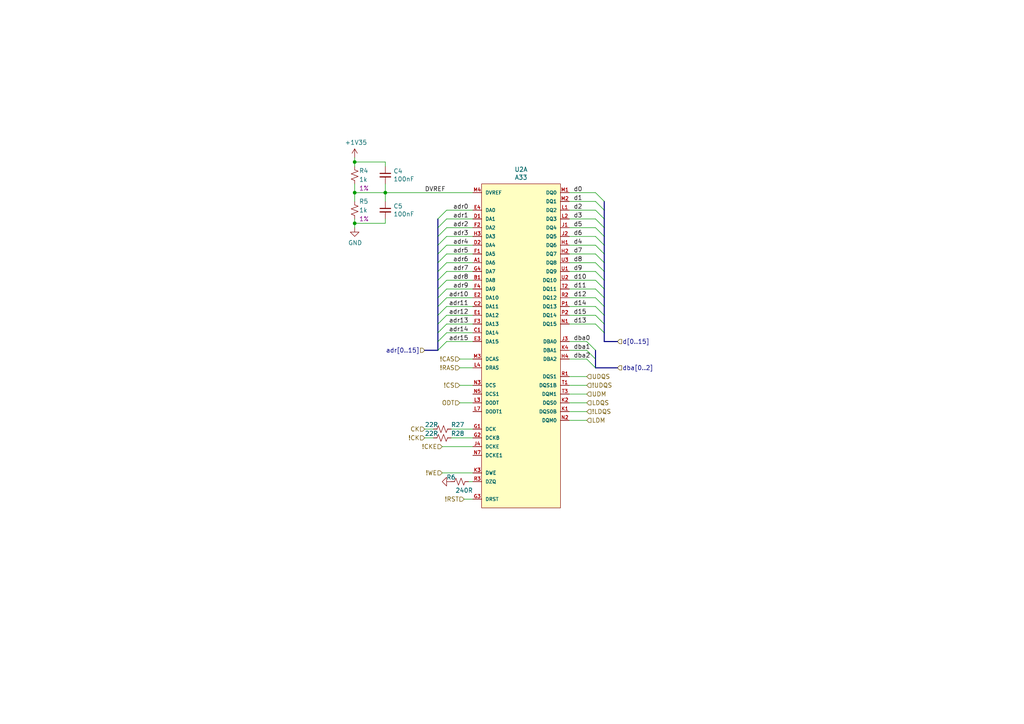
<source format=kicad_sch>
(kicad_sch (version 20231120) (generator "eeschema") (generator_version "8.0")
  (paper "A4")
  (lib_symbols
    (symbol "Allwinner_A33:A33" (pin_names (offset 1.016))
      (property "Reference" "U" (at 0 5.08 0))
      (property "Value" "A33" (at 0 7.62 0))
      (symbol "A33_1_1"
        (rectangle (start 5.08 2.54) (end 27.94 -91.44) (fill (type background)))
        (pin unspecified line (at 2.54 -20.32 0) (length 2.54) (name "DA6") (number "A1"))
        (pin unspecified line (at 2.54 -25.4 0) (length 2.54) (name "DA8") (number "B1"))
        (pin unspecified line (at 2.54 -40.64 0) (length 2.54) (name "DA14") (number "C1"))
        (pin unspecified line (at 2.54 -33.02 0) (length 2.54) (name "DA11") (number "C2"))
        (pin unspecified line (at 2.54 -7.62 0) (length 2.54) (name "DA1") (number "D1"))
        (pin unspecified line (at 2.54 -15.24 0) (length 2.54) (name "DA4") (number "D2"))
        (pin unspecified line (at 2.54 -35.56 0) (length 2.54) (name "DA12") (number "E1"))
        (pin unspecified line (at 2.54 -30.48 0) (length 2.54) (name "DA10") (number "E2"))
        (pin unspecified line (at 2.54 -43.18 0) (length 2.54) (name "DA15") (number "E3"))
        (pin unspecified line (at 2.54 -5.08 0) (length 2.54) (name "DA0") (number "E4"))
        (pin unspecified line (at 2.54 -17.78 0) (length 2.54) (name "DA5") (number "F1"))
        (pin unspecified line (at 2.54 -10.16 0) (length 2.54) (name "DA2") (number "F2"))
        (pin unspecified line (at 2.54 -38.1 0) (length 2.54) (name "DA13") (number "F3"))
        (pin unspecified line (at 2.54 -27.94 0) (length 2.54) (name "DA9") (number "F4"))
        (pin unspecified line (at 2.54 -68.58 0) (length 2.54) (name "DCK") (number "G1"))
        (pin unspecified line (at 2.54 -71.12 0) (length 2.54) (name "DCKB") (number "G2"))
        (pin unspecified line (at 2.54 -88.9 0) (length 2.54) (name "DRST") (number "G3"))
        (pin unspecified line (at 2.54 -22.86 0) (length 2.54) (name "DA7") (number "G4"))
        (pin unspecified line (at 30.48 -15.24 180) (length 2.54) (name "DQ6") (number "H1"))
        (pin unspecified line (at 30.48 -17.78 180) (length 2.54) (name "DQ7") (number "H2"))
        (pin unspecified line (at 2.54 -12.7 0) (length 2.54) (name "DA3") (number "H3"))
        (pin unspecified line (at 30.48 -48.26 180) (length 2.54) (name "DBA2") (number "H4"))
        (pin unspecified line (at 30.48 -10.16 180) (length 2.54) (name "DQ4") (number "J1"))
        (pin unspecified line (at 30.48 -12.7 180) (length 2.54) (name "DQ5") (number "J2"))
        (pin unspecified line (at 30.48 -43.18 180) (length 2.54) (name "DBA0") (number "J3"))
        (pin unspecified line (at 2.54 -73.66 0) (length 2.54) (name "DCKE") (number "J4"))
        (pin unspecified line (at 30.48 -63.5 180) (length 2.54) (name "DQS0B") (number "K1"))
        (pin unspecified line (at 30.48 -60.96 180) (length 2.54) (name "DQS0") (number "K2"))
        (pin unspecified line (at 2.54 -81.28 0) (length 2.54) (name "DWE") (number "K3"))
        (pin unspecified line (at 30.48 -45.72 180) (length 2.54) (name "DBA1") (number "K4"))
        (pin unspecified line (at 30.48 -5.08 180) (length 2.54) (name "DQ2") (number "L1"))
        (pin unspecified line (at 30.48 -7.62 180) (length 2.54) (name "DQ3") (number "L2"))
        (pin unspecified line (at 2.54 -60.96 0) (length 2.54) (name "DODT") (number "L3"))
        (pin unspecified line (at 2.54 -50.8 0) (length 2.54) (name "DRAS") (number "L4"))
        (pin unspecified line (at 2.54 -63.5 0) (length 2.54) (name "DODT1") (number "L7"))
        (pin unspecified line (at 30.48 0 180) (length 2.54) (name "DQ0") (number "M1"))
        (pin unspecified line (at 30.48 -2.54 180) (length 2.54) (name "DQ1") (number "M2"))
        (pin unspecified line (at 2.54 -48.26 0) (length 2.54) (name "DCAS") (number "M3"))
        (pin unspecified line (at 2.54 0 0) (length 2.54) (name "DVREF") (number "M4"))
        (pin unspecified line (at 30.48 -38.1 180) (length 2.54) (name "DQ15") (number "N1"))
        (pin unspecified line (at 30.48 -66.04 180) (length 2.54) (name "DQM0") (number "N2"))
        (pin unspecified line (at 2.54 -55.88 0) (length 2.54) (name "DCS") (number "N3"))
        (pin unspecified line (at 2.54 -58.42 0) (length 2.54) (name "DCS1") (number "N5"))
        (pin unspecified line (at 2.54 -76.2 0) (length 2.54) (name "DCKE1") (number "N7"))
        (pin unspecified line (at 30.48 -33.02 180) (length 2.54) (name "DQ13") (number "P1"))
        (pin unspecified line (at 30.48 -35.56 180) (length 2.54) (name "DQ14") (number "P2"))
        (pin unspecified line (at 30.48 -53.34 180) (length 2.54) (name "DQS1") (number "R1"))
        (pin unspecified line (at 30.48 -30.48 180) (length 2.54) (name "DQ12") (number "R2"))
        (pin unspecified line (at 2.54 -83.82 0) (length 2.54) (name "DZQ") (number "R3"))
        (pin unspecified line (at 30.48 -55.88 180) (length 2.54) (name "DQS1B") (number "T1"))
        (pin unspecified line (at 30.48 -27.94 180) (length 2.54) (name "DQ11") (number "T2"))
        (pin unspecified line (at 30.48 -58.42 180) (length 2.54) (name "DQM1") (number "T3"))
        (pin unspecified line (at 30.48 -22.86 180) (length 2.54) (name "DQ9") (number "U1"))
        (pin unspecified line (at 30.48 -25.4 180) (length 2.54) (name "DQ10") (number "U2"))
        (pin unspecified line (at 30.48 -20.32 180) (length 2.54) (name "DQ8") (number "U3"))
      )
      (symbol "A33_2_1"
        (rectangle (start 5.08 2.54) (end 38.1 -114.3) (fill (type background)))
        (pin unspecified line (at 2.54 -93.98 0) (length 2.54) (name "VDD-SYS") (number "E10"))
        (pin unspecified line (at 2.54 -76.2 0) (length 2.54) (name "VCC-IO") (number "E11"))
        (pin unspecified line (at 2.54 -78.74 0) (length 2.54) (name "VCC-IO") (number "E12"))
        (pin unspecified line (at 2.54 -53.34 0) (length 2.54) (name "VDD-CPU") (number "E5"))
        (pin unspecified line (at 2.54 -55.88 0) (length 2.54) (name "VDD-CPU") (number "E6"))
        (pin unspecified line (at 2.54 -58.42 0) (length 2.54) (name "VDD-CPU") (number "E7"))
        (pin unspecified line (at 2.54 -88.9 0) (length 2.54) (name "VDD-SYS") (number "E8"))
        (pin unspecified line (at 2.54 -91.44 0) (length 2.54) (name "VDD-SYS") (number "E9"))
        (pin unspecified line (at 40.64 -38.1 180) (length 2.54) (name "GND") (number "F10"))
        (pin unspecified line (at 2.54 -81.28 0) (length 2.54) (name "VCC-IO") (number "F11"))
        (pin unspecified line (at 2.54 -83.82 0) (length 2.54) (name "VCC-IO") (number "F12"))
        (pin unspecified line (at 2.54 -60.96 0) (length 2.54) (name "VDD-CPU") (number "F5"))
        (pin unspecified line (at 2.54 -63.5 0) (length 2.54) (name "VDD-CPU") (number "F6"))
        (pin unspecified line (at 2.54 -66.04 0) (length 2.54) (name "VDD-CPU") (number "F7"))
        (pin unspecified line (at 40.64 -33.02 180) (length 2.54) (name "GND") (number "F8"))
        (pin unspecified line (at 40.64 -35.56 180) (length 2.54) (name "GND") (number "F9"))
        (pin unspecified line (at 40.64 -48.26 180) (length 2.54) (name "GND") (number "G10"))
        (pin unspecified line (at 40.64 -50.8 180) (length 2.54) (name "GND") (number "G11"))
        (pin unspecified line (at 2.54 -86.36 0) (length 2.54) (name "VCC-IO") (number "G12"))
        (pin unspecified line (at 2.54 -68.58 0) (length 2.54) (name "VDD-CPU") (number "G5"))
        (pin unspecified line (at 2.54 -71.12 0) (length 2.54) (name "VDD-CPU") (number "G6"))
        (pin unspecified line (at 40.64 -40.64 180) (length 2.54) (name "GND") (number "G7"))
        (pin unspecified line (at 40.64 -43.18 180) (length 2.54) (name "GND") (number "G8"))
        (pin unspecified line (at 40.64 -45.72 180) (length 2.54) (name "GND") (number "G9"))
        (pin unspecified line (at 40.64 -60.96 180) (length 2.54) (name "GND") (number "H10"))
        (pin unspecified line (at 40.64 -63.5 180) (length 2.54) (name "GND") (number "H11"))
        (pin unspecified line (at 40.64 -66.04 180) (length 2.54) (name "GND") (number "H12"))
        (pin unspecified line (at 40.64 -25.4 180) (length 2.54) (name "AGND") (number "H13"))
        (pin unspecified line (at 2.54 -5.08 0) (length 2.54) (name "HPVCCBP") (number "H17"))
        (pin unspecified line (at 2.54 -12.7 0) (length 2.54) (name "VCC-DRAM") (number "H5"))
        (pin unspecified line (at 2.54 -22.86 0) (length 2.54) (name "VCC-DRAM") (number "H6"))
        (pin unspecified line (at 40.64 -53.34 180) (length 2.54) (name "GND") (number "H7"))
        (pin unspecified line (at 40.64 -55.88 180) (length 2.54) (name "GND") (number "H8"))
        (pin unspecified line (at 40.64 -58.42 180) (length 2.54) (name "GND") (number "H9"))
        (pin unspecified line (at 40.64 -76.2 180) (length 2.54) (name "GND") (number "J10"))
        (pin unspecified line (at 40.64 -78.74 180) (length 2.54) (name "GND") (number "J11"))
        (pin unspecified line (at 40.64 -81.28 180) (length 2.54) (name "GND") (number "J12"))
        (pin unspecified line (at 2.54 -15.24 0) (length 2.54) (name "VCC-DRAM") (number "J5"))
        (pin unspecified line (at 2.54 -25.4 0) (length 2.54) (name "VCC-DRAM") (number "J6"))
        (pin unspecified line (at 40.64 -68.58 180) (length 2.54) (name "GND") (number "J7"))
        (pin unspecified line (at 40.64 -71.12 180) (length 2.54) (name "GND") (number "J8"))
        (pin unspecified line (at 40.64 -73.66 180) (length 2.54) (name "GND") (number "J9"))
        (pin unspecified line (at 40.64 -91.44 180) (length 2.54) (name "GND") (number "K10"))
        (pin unspecified line (at 40.64 -93.98 180) (length 2.54) (name "GND") (number "K11"))
        (pin unspecified line (at 40.64 -96.52 180) (length 2.54) (name "GND") (number "K12"))
        (pin unspecified line (at 2.54 -7.62 0) (length 2.54) (name "HPVCCIN") (number "K13"))
        (pin unspecified line (at 2.54 -17.78 0) (length 2.54) (name "VCC-DRAM") (number "K5"))
        (pin unspecified line (at 2.54 -96.52 0) (length 2.54) (name "VDD-SYS") (number "K6"))
        (pin unspecified line (at 40.64 -83.82 180) (length 2.54) (name "GND") (number "K7"))
        (pin unspecified line (at 40.64 -86.36 180) (length 2.54) (name "GND") (number "K8"))
        (pin unspecified line (at 40.64 -88.9 180) (length 2.54) (name "GND") (number "K9"))
        (pin unspecified line (at 40.64 -104.14 180) (length 2.54) (name "GND") (number "L10"))
        (pin unspecified line (at 40.64 -106.68 180) (length 2.54) (name "GND") (number "L11"))
        (pin unspecified line (at 2.54 -45.72 0) (length 2.54) (name "VCC-USB") (number "L12"))
        (pin unspecified line (at 2.54 0 0) (length 2.54) (name "AVCC") (number "L16"))
        (pin unspecified line (at 2.54 -20.32 0) (length 2.54) (name "VCC-DRAM") (number "L5"))
        (pin unspecified line (at 2.54 -99.06 0) (length 2.54) (name "VDD-SYS") (number "L6"))
        (pin unspecified line (at 40.64 -99.06 180) (length 2.54) (name "GND") (number "L8"))
        (pin unspecified line (at 40.64 -101.6 180) (length 2.54) (name "GND") (number "L9"))
        (pin unspecified line (at 40.64 -111.76 180) (length 2.54) (name "GND") (number "M10"))
        (pin unspecified line (at 2.54 -38.1 0) (length 2.54) (name "VCC-PD") (number "M11"))
        (pin unspecified line (at 2.54 -43.18 0) (length 2.54) (name "VCC-RTC") (number "M12"))
        (pin unspecified line (at 2.54 -50.8 0) (length 2.54) (name "VDD-CPUS") (number "M14"))
        (pin unspecified line (at 2.54 -35.56 0) (length 2.54) (name "VCC-PLL") (number "M5"))
        (pin unspecified line (at 2.54 -101.6 0) (length 2.54) (name "VDD-SYS") (number "M6"))
        (pin unspecified line (at 2.54 -104.14 0) (length 2.54) (name "VDD-SYS") (number "M7"))
        (pin unspecified line (at 2.54 -30.48 0) (length 2.54) (name "VCC-EFUSE") (number "M8"))
        (pin unspecified line (at 40.64 -109.22 180) (length 2.54) (name "GND") (number "M9"))
        (pin unspecified line (at 2.54 -111.76 0) (length 2.54) (name "VDD-SYS") (number "N10"))
        (pin unspecified line (at 2.54 -40.64 0) (length 2.54) (name "VCC-PD") (number "N11"))
        (pin unspecified line (at 2.54 -33.02 0) (length 2.54) (name "VCC-HSIC") (number "N12"))
        (pin unspecified line (at 40.64 -30.48 180) (length 2.54) (name "GND") (number "N4"))
        (pin unspecified line (at 2.54 -27.94 0) (length 2.54) (name "VCC-DSI") (number "N6"))
        (pin unspecified line (at 2.54 -106.68 0) (length 2.54) (name "VDD-SYS") (number "N8"))
        (pin unspecified line (at 2.54 -109.22 0) (length 2.54) (name "VDD-SYS") (number "N9"))
        (pin unspecified line (at 2.54 -73.66 0) (length 2.54) (name "VDD-DLL") (number "P3"))
      )
      (symbol "A33_3_1"
        (rectangle (start 5.08 2.54) (end 22.86 -162.56) (fill (type background)))
        (pin unspecified line (at 2.54 -48.26 0) (length 2.54) (name "PC10") (number "A10"))
        (pin unspecified line (at 2.54 -43.18 0) (length 2.54) (name "PC8") (number "A11"))
        (pin unspecified line (at 2.54 -40.64 0) (length 2.54) (name "PC7") (number "A12"))
        (pin unspecified line (at 25.4 -76.2 180) (length 2.54) (name "PG4") (number "A13"))
        (pin unspecified line (at 25.4 -71.12 180) (length 2.54) (name "PG2") (number "A14"))
        (pin unspecified line (at 25.4 -66.04 180) (length 2.54) (name "PG0") (number "A15"))
        (pin unspecified line (at 25.4 -86.36 180) (length 2.54) (name "PG8") (number "A16"))
        (pin unspecified line (at 25.4 -81.28 180) (length 2.54) (name "PG6") (number "A17"))
        (pin unspecified line (at 25.4 -30.48 180) (length 2.54) (name "PE12") (number "A2"))
        (pin unspecified line (at 25.4 -25.4 180) (length 2.54) (name "PE10") (number "A3"))
        (pin unspecified line (at 25.4 -20.32 180) (length 2.54) (name "PE8") (number "A4"))
        (pin unspecified line (at 25.4 -15.24 180) (length 2.54) (name "PE6") (number "A5"))
        (pin unspecified line (at 25.4 -10.16 180) (length 2.54) (name "PE4") (number "A6"))
        (pin unspecified line (at 2.54 -63.5 0) (length 2.54) (name "PC16") (number "A7"))
        (pin unspecified line (at 2.54 -58.42 0) (length 2.54) (name "PC14") (number "A8"))
        (pin unspecified line (at 2.54 -53.34 0) (length 2.54) (name "PC12") (number "A9"))
        (pin unspecified line (at 2.54 -45.72 0) (length 2.54) (name "PC9") (number "B10"))
        (pin unspecified line (at 2.54 -33.02 0) (length 2.54) (name "PC4") (number "B11"))
        (pin unspecified line (at 25.4 -78.74 180) (length 2.54) (name "PG5") (number "B13"))
        (pin unspecified line (at 25.4 -73.66 180) (length 2.54) (name "PG3") (number "B14"))
        (pin unspecified line (at 25.4 -68.58 180) (length 2.54) (name "PG1") (number "B15"))
        (pin unspecified line (at 25.4 -88.9 180) (length 2.54) (name "PG9") (number "B16"))
        (pin unspecified line (at 25.4 -83.82 180) (length 2.54) (name "PG7") (number "B17"))
        (pin unspecified line (at 25.4 -33.02 180) (length 2.54) (name "PE13") (number "B2"))
        (pin unspecified line (at 25.4 -27.94 180) (length 2.54) (name "PE11") (number "B3"))
        (pin unspecified line (at 25.4 -22.86 180) (length 2.54) (name "PE9") (number "B4"))
        (pin unspecified line (at 25.4 -17.78 180) (length 2.54) (name "PE7") (number "B5"))
        (pin unspecified line (at 25.4 -12.7 180) (length 2.54) (name "PE5") (number "B6"))
        (pin unspecified line (at 2.54 -60.96 0) (length 2.54) (name "PC15") (number "B7"))
        (pin unspecified line (at 2.54 -55.88 0) (length 2.54) (name "PC13") (number "B8"))
        (pin unspecified line (at 2.54 -50.8 0) (length 2.54) (name "PC11") (number "B9"))
        (pin unspecified line (at 2.54 -35.56 0) (length 2.54) (name "PC5") (number "C10"))
        (pin unspecified line (at 2.54 -27.94 0) (length 2.54) (name "PC2") (number "C11"))
        (pin unspecified line (at 2.54 -25.4 0) (length 2.54) (name "PC1") (number "C12"))
        (pin unspecified line (at 25.4 -116.84 180) (length 2.54) (name "PH5") (number "C13"))
        (pin unspecified line (at 25.4 -99.06 180) (length 2.54) (name "PG13") (number "C14"))
        (pin unspecified line (at 25.4 -96.52 180) (length 2.54) (name "PG12") (number "C15"))
        (pin unspecified line (at 25.4 -93.98 180) (length 2.54) (name "PG11") (number "C16"))
        (pin unspecified line (at 25.4 -91.44 180) (length 2.54) (name "PG10") (number "C17"))
        (pin unspecified line (at 25.4 -35.56 180) (length 2.54) (name "PE14") (number "C3"))
        (pin unspecified line (at 25.4 -40.64 180) (length 2.54) (name "PE16") (number "C4"))
        (pin unspecified line (at 25.4 0 180) (length 2.54) (name "PE0") (number "C5"))
        (pin unspecified line (at 25.4 -5.08 180) (length 2.54) (name "PE2") (number "C6"))
        (pin unspecified line (at 25.4 -60.96 180) (length 2.54) (name "PF5") (number "C7"))
        (pin unspecified line (at 25.4 -55.88 180) (length 2.54) (name "PF3") (number "C8"))
        (pin unspecified line (at 25.4 -50.8 180) (length 2.54) (name "PF1") (number "C9"))
        (pin unspecified line (at 2.54 -38.1 0) (length 2.54) (name "PC6") (number "D10"))
        (pin unspecified line (at 2.54 -30.48 0) (length 2.54) (name "PC3") (number "D11"))
        (pin unspecified line (at 2.54 -22.86 0) (length 2.54) (name "PC0") (number "D12"))
        (pin unspecified line (at 25.4 -114.3 180) (length 2.54) (name "PH4") (number "D13"))
        (pin unspecified line (at 25.4 -111.76 180) (length 2.54) (name "PH3") (number "D14"))
        (pin unspecified line (at 25.4 -109.22 180) (length 2.54) (name "PH2") (number "D15"))
        (pin unspecified line (at 25.4 -106.68 180) (length 2.54) (name "PH1") (number "D16"))
        (pin unspecified line (at 25.4 -104.14 180) (length 2.54) (name "PH0") (number "D17"))
        (pin unspecified line (at 25.4 -38.1 180) (length 2.54) (name "PE15") (number "D3"))
        (pin unspecified line (at 25.4 -43.18 180) (length 2.54) (name "PE17") (number "D4"))
        (pin unspecified line (at 25.4 -2.54 180) (length 2.54) (name "PE1") (number "D5"))
        (pin unspecified line (at 25.4 -7.62 180) (length 2.54) (name "PE3") (number "D6"))
        (pin unspecified line (at 25.4 -58.42 180) (length 2.54) (name "PF4") (number "D7"))
        (pin unspecified line (at 25.4 -53.34 180) (length 2.54) (name "PF2") (number "D8"))
        (pin unspecified line (at 25.4 -48.26 180) (length 2.54) (name "PF0") (number "D9"))
        (pin unspecified line (at 25.4 -127 180) (length 2.54) (name "PH9") (number "E14"))
        (pin unspecified line (at 25.4 -124.46 180) (length 2.54) (name "PH8") (number "E15"))
        (pin unspecified line (at 25.4 -121.92 180) (length 2.54) (name "PH7") (number "E16"))
        (pin unspecified line (at 25.4 -119.38 180) (length 2.54) (name "PH6") (number "E17"))
        (pin unspecified line (at 2.54 -15.24 0) (length 2.54) (name "PB6") (number "F14"))
        (pin unspecified line (at 2.54 -17.78 0) (length 2.54) (name "PB7") (number "F15"))
        (pin unspecified line (at 2.54 -7.62 0) (length 2.54) (name "PB3") (number "F16"))
        (pin unspecified line (at 2.54 -5.08 0) (length 2.54) (name "PB2") (number "F17"))
        (pin unspecified line (at 2.54 -10.16 0) (length 2.54) (name "PB4") (number "G14"))
        (pin unspecified line (at 2.54 -12.7 0) (length 2.54) (name "PB5") (number "G15"))
        (pin unspecified line (at 2.54 -2.54 0) (length 2.54) (name "PB1") (number "G16"))
        (pin unspecified line (at 2.54 0 0) (length 2.54) (name "PB0") (number "G17"))
        (pin unspecified line (at 2.54 -81.28 0) (length 2.54) (name "PD7") (number "P10"))
        (pin unspecified line (at 2.54 -76.2 0) (length 2.54) (name "PD5") (number "P11"))
        (pin unspecified line (at 2.54 -71.12 0) (length 2.54) (name "PD3") (number "P12"))
        (pin unspecified line (at 25.4 -154.94 180) (length 2.54) (name "PL9") (number "P13"))
        (pin unspecified line (at 25.4 -144.78 180) (length 2.54) (name "PL5") (number "P14"))
        (pin unspecified line (at 25.4 -134.62 180) (length 2.54) (name "PL1") (number "P15"))
        (pin unspecified line (at 25.4 -132.08 180) (length 2.54) (name "PL0") (number "P16"))
        (pin unspecified line (at 2.54 -96.52 0) (length 2.54) (name "PD15") (number "P7"))
        (pin unspecified line (at 2.54 -91.44 0) (length 2.54) (name "PD13") (number "P8"))
        (pin unspecified line (at 2.54 -86.36 0) (length 2.54) (name "PD11") (number "P9"))
        (pin unspecified line (at 2.54 -78.74 0) (length 2.54) (name "PD6") (number "R10"))
        (pin unspecified line (at 2.54 -73.66 0) (length 2.54) (name "PD4") (number "R11"))
        (pin unspecified line (at 2.54 -68.58 0) (length 2.54) (name "PD2") (number "R12"))
        (pin unspecified line (at 25.4 -152.4 180) (length 2.54) (name "PL8") (number "R13"))
        (pin unspecified line (at 25.4 -142.24 180) (length 2.54) (name "PL4") (number "R14"))
        (pin unspecified line (at 2.54 -93.98 0) (length 2.54) (name "PD14") (number "R7"))
        (pin unspecified line (at 2.54 -88.9 0) (length 2.54) (name "PD12") (number "R8"))
        (pin unspecified line (at 2.54 -83.82 0) (length 2.54) (name "PD10") (number "R9"))
        (pin unspecified line (at 2.54 -106.68 0) (length 2.54) (name "PD21") (number "T10"))
        (pin unspecified line (at 2.54 -101.6 0) (length 2.54) (name "PD19") (number "T11"))
        (pin unspecified line (at 25.4 -160.02 180) (length 2.54) (name "PL11") (number "T12"))
        (pin unspecified line (at 25.4 -149.86 180) (length 2.54) (name "PL7") (number "T13"))
        (pin unspecified line (at 25.4 -139.7 180) (length 2.54) (name "PL3") (number "T14"))
        (pin unspecified line (at 2.54 -121.92 0) (length 2.54) (name "PD27") (number "T7"))
        (pin unspecified line (at 2.54 -116.84 0) (length 2.54) (name "PD25") (number "T8"))
        (pin unspecified line (at 2.54 -111.76 0) (length 2.54) (name "PD23") (number "T9"))
        (pin unspecified line (at 2.54 -104.14 0) (length 2.54) (name "PD20") (number "U10"))
        (pin unspecified line (at 2.54 -99.06 0) (length 2.54) (name "PD18") (number "U11"))
        (pin unspecified line (at 25.4 -157.48 180) (length 2.54) (name "PL10") (number "U12"))
        (pin unspecified line (at 25.4 -147.32 180) (length 2.54) (name "PL6") (number "U13"))
        (pin unspecified line (at 25.4 -137.16 180) (length 2.54) (name "PL2") (number "U14"))
        (pin unspecified line (at 2.54 -119.38 0) (length 2.54) (name "PD26") (number "U7"))
        (pin unspecified line (at 2.54 -114.3 0) (length 2.54) (name "PD24") (number "U8"))
        (pin unspecified line (at 2.54 -109.22 0) (length 2.54) (name "PD22") (number "U9"))
      )
      (symbol "A33_4_1"
        (rectangle (start 5.08 2.54) (end 40.64 -76.2) (fill (type background)))
        (pin unspecified line (at 43.18 -53.34 180) (length 2.54) (name "HPCOM") (number "H14"))
        (pin unspecified line (at 43.18 -22.86 180) (length 2.54) (name "LINEINL") (number "H15"))
        (pin unspecified line (at 43.18 -55.88 180) (length 2.54) (name "HPCOMFB") (number "H16"))
        (pin unspecified line (at 43.18 -60.96 180) (length 2.54) (name "HBIAS") (number "J14"))
        (pin unspecified line (at 43.18 -20.32 180) (length 2.54) (name "LINEINR") (number "J15"))
        (pin unspecified line (at 43.18 -48.26 180) (length 2.54) (name "HPOUTR") (number "J16"))
        (pin unspecified line (at 43.18 -50.8 180) (length 2.54) (name "HPOUTL") (number "J17"))
        (pin unspecified line (at 43.18 -63.5 180) (length 2.54) (name "MBIAS") (number "K14"))
        (pin unspecified line (at 43.18 -40.64 180) (length 2.54) (name "PHONEINN") (number "K15"))
        (pin unspecified line (at 43.18 -68.58 180) (length 2.54) (name "VRA1") (number "K16"))
        (pin unspecified line (at 43.18 -71.12 180) (length 2.54) (name "VRA2") (number "K17"))
        (pin unspecified line (at 43.18 -27.94 180) (length 2.54) (name "LRADC0") (number "L14"))
        (pin unspecified line (at 43.18 -43.18 180) (length 2.54) (name "PHONEINP") (number "L15"))
        (pin unspecified line (at 43.18 -73.66 180) (length 2.54) (name "VRP") (number "L17"))
        (pin unspecified line (at 2.54 -48.26 0) (length 2.54) (name "RTCVIO") (number "M13"))
        (pin unspecified line (at 43.18 -35.56 180) (length 2.54) (name "PHONEOUTP") (number "M15"))
        (pin unspecified line (at 43.18 -10.16 180) (length 2.54) (name "MIC1N") (number "M16"))
        (pin unspecified line (at 43.18 -7.62 180) (length 2.54) (name "MIC1P") (number "M17"))
        (pin unspecified line (at 2.54 -58.42 0) (length 2.54) (name "NMI") (number "N14"))
        (pin unspecified line (at 43.18 -33.02 180) (length 2.54) (name "PHONEOUTN") (number "N15"))
        (pin unspecified line (at 43.18 -15.24 180) (length 2.54) (name "MIC2N") (number "N16"))
        (pin unspecified line (at 43.18 -12.7 180) (length 2.54) (name "MIC2P") (number "N17"))
        (pin unspecified line (at 2.54 -60.96 0) (length 2.54) (name "RESET") (number "P17"))
        (pin unspecified line (at 2.54 -15.24 0) (length 2.54) (name "DSI-D0P") (number "P4"))
        (pin unspecified line (at 2.54 -20.32 0) (length 2.54) (name "DSI-D1P") (number "P5"))
        (pin unspecified line (at 2.54 -30.48 0) (length 2.54) (name "DSI-D3P") (number "P6"))
        (pin unspecified line (at 2.54 -45.72 0) (length 2.54) (name "X32KFOUT") (number "R15"))
        (pin unspecified line (at 2.54 -43.18 0) (length 2.54) (name "X32KOUT") (number "R16"))
        (pin unspecified line (at 2.54 -40.64 0) (length 2.54) (name "X32KIN") (number "R17"))
        (pin unspecified line (at 2.54 -12.7 0) (length 2.54) (name "DSI-D0N") (number "R4"))
        (pin unspecified line (at 2.54 -17.78 0) (length 2.54) (name "DSI-D1N") (number "R5"))
        (pin unspecified line (at 2.54 -27.94 0) (length 2.54) (name "DSI-D3N") (number "R6"))
        (pin unspecified line (at 43.18 0 180) (length 2.54) (name "HSIC-STR") (number "T15"))
        (pin unspecified line (at 2.54 -2.54 0) (length 2.54) (name "USB-DM0") (number "T16"))
        (pin unspecified line (at 2.54 0 0) (length 2.54) (name "USB-DP0") (number "T17"))
        (pin unspecified line (at 2.54 -53.34 0) (length 2.54) (name "X24MOUT") (number "T4"))
        (pin unspecified line (at 2.54 -35.56 0) (length 2.54) (name "DSI-CKP") (number "T5"))
        (pin unspecified line (at 2.54 -25.4 0) (length 2.54) (name "DSI-D2P") (number "T6"))
        (pin unspecified line (at 43.18 -2.54 180) (length 2.54) (name "HSIC-DAT") (number "U15"))
        (pin unspecified line (at 2.54 -7.62 0) (length 2.54) (name "USB-DM1") (number "U16"))
        (pin unspecified line (at 2.54 -5.08 0) (length 2.54) (name "USB-DP1") (number "U17"))
        (pin unspecified line (at 2.54 -50.8 0) (length 2.54) (name "X24MIN") (number "U4"))
        (pin unspecified line (at 2.54 -33.02 0) (length 2.54) (name "DSI-CKN") (number "U5"))
        (pin unspecified line (at 2.54 -22.86 0) (length 2.54) (name "DSI-D2N") (number "U6"))
      )
    )
    (symbol "Device:C_Small" (pin_numbers hide) (pin_names (offset 0.254) hide)
      (property "Reference" "C" (at 0.254 1.778 0))
      (property "Value" "C_Small" (at 0.254 -2.032 0))
      (symbol "C_Small_0_1"
        (polyline (pts (xy -1.524 -0.508) (xy 1.524 -0.508)) (stroke (width 0.3302)))
        (polyline (pts (xy -1.524 0.508) (xy 1.524 0.508)) (stroke (width 0.3048)))
      )
      (symbol "C_Small_1_1"
        (pin passive line (at 0 2.54 270) (length 2.032) (name "~") (number "1"))
        (pin passive line (at 0 -2.54 90) (length 2.032) (name "~") (number "2"))
      )
    )
    (symbol "Device:R_Small_US" (pin_numbers hide) (pin_names (offset 0.254) hide)
      (property "Reference" "R" (at 0.762 0.508 0))
      (property "Value" "R_Small_US" (at 0.762 -1.016 0))
      (symbol "R_Small_US_1_1"
        (polyline (pts (xy 0 0) (xy 1.016 -0.381) (xy 0 -0.762) (xy -1.016 -1.143) (xy 0 -1.524)))
        (polyline (pts (xy 0 1.524) (xy 1.016 1.143) (xy 0 0.762) (xy -1.016 0.381) (xy 0 0)))
        (pin passive line (at 0 2.54 270) (length 1.016) (name "~") (number "1"))
        (pin passive line (at 0 -2.54 90) (length 1.016) (name "~") (number "2"))
      )
    )
    (symbol "hardware-rescue:+1V35-power" (power) (pin_names (offset 0))
      (property "Value" "power_+1V35" (at 0 3.556 0))
      (symbol "+1V35-power_0_1"
        (polyline (pts (xy -0.762 1.27) (xy 0 2.54)))
        (polyline (pts (xy 0 0) (xy 0 2.54)))
        (polyline (pts (xy 0 2.54) (xy 0.762 1.27)))
      )
      (symbol "+1V35-power_1_1"
        (pin power_in line (at 0 0 90) (length 0) hide (name "+1V35") (number "1"))
      )
    )
    (symbol "hardware-rescue:GND-power" (power) (pin_names (offset 0))
      (property "Value" "power_GND" (at 0 -3.81 0))
      (symbol "GND-power_0_1"
        (polyline (pts (xy 0 0) (xy 0 -1.27) (xy 1.27 -1.27) (xy 0 -2.54) (xy -1.27 -1.27) (xy 0 -1.27)))
      )
      (symbol "GND-power_1_1"
        (pin power_in line (at 0 0 270) (length 0) hide (name "GND") (number "1"))
      )
    )
  )
  (junction (at 102.87 55.88))
  (junction (at 102.87 64.77))
  (junction (at 102.87 46.99))
  (junction (at 111.76 55.88))
  (bus_entry (at 172.72 60.96) (size 2.54 2.54))
  (bus_entry (at 172.72 55.88) (size 2.54 2.54))
  (bus_entry (at 129.54 66.04) (size -2.54 2.54))
  (bus_entry (at 170.18 99.06) (size 2.54 2.54))
  (bus_entry (at 129.54 96.52) (size -2.54 2.54))
  (bus_entry (at 129.54 60.96) (size -2.54 2.54))
  (bus_entry (at 129.54 73.66) (size -2.54 2.54))
  (bus_entry (at 172.72 63.5) (size 2.54 2.54))
  (bus_entry (at 129.54 86.36) (size -2.54 2.54))
  (bus_entry (at 172.72 91.44) (size 2.54 2.54))
  (bus_entry (at 170.18 104.14) (size 2.54 2.54))
  (bus_entry (at 172.72 58.42) (size 2.54 2.54))
  (bus_entry (at 172.72 93.98) (size 2.54 2.54))
  (bus_entry (at 172.72 73.66) (size 2.54 2.54))
  (bus_entry (at 129.54 78.74) (size -2.54 2.54))
  (bus_entry (at 172.72 76.2) (size 2.54 2.54))
  (bus_entry (at 172.72 71.12) (size 2.54 2.54))
  (bus_entry (at 172.72 78.74) (size 2.54 2.54))
  (bus_entry (at 129.54 91.44) (size -2.54 2.54))
  (bus_entry (at 172.72 66.04) (size 2.54 2.54))
  (bus_entry (at 172.72 83.82) (size 2.54 2.54))
  (bus_entry (at 172.72 81.28) (size 2.54 2.54))
  (bus_entry (at 172.72 86.36) (size 2.54 2.54))
  (bus_entry (at 129.54 93.98) (size -2.54 2.54))
  (bus_entry (at 129.54 81.28) (size -2.54 2.54))
  (bus_entry (at 129.54 99.06) (size -2.54 2.54))
  (bus_entry (at 129.54 88.9) (size -2.54 2.54))
  (bus_entry (at 129.54 83.82) (size -2.54 2.54))
  (bus_entry (at 170.18 101.6) (size 2.54 2.54))
  (bus_entry (at 129.54 68.58) (size -2.54 2.54))
  (bus_entry (at 129.54 76.2) (size -2.54 2.54))
  (bus_entry (at 172.72 68.58) (size 2.54 2.54))
  (bus_entry (at 129.54 63.5) (size -2.54 2.54))
  (bus_entry (at 172.72 88.9) (size 2.54 2.54))
  (bus_entry (at 129.54 71.12) (size -2.54 2.54))
  (wire (pts (xy 172.72 86.36) (xy 165.1 86.36)))
  (bus (pts (xy 127 71.12) (xy 127 73.66)))
  (bus (pts (xy 127 81.28) (xy 127 83.82)))
  (wire (pts (xy 165.1 109.22) (xy 170.18 109.22)))
  (wire (pts (xy 111.76 64.77) (xy 102.87 64.77)))
  (bus (pts (xy 127 68.58) (xy 127 71.12)))
  (wire (pts (xy 102.87 46.99) (xy 102.87 45.72)))
  (bus (pts (xy 175.26 73.66) (xy 175.26 76.2)))
  (wire (pts (xy 137.16 129.54) (xy 128.27 129.54)))
  (wire (pts (xy 128.27 137.16) (xy 137.16 137.16)))
  (bus (pts (xy 175.26 83.82) (xy 175.26 86.36)))
  (wire (pts (xy 111.76 48.26) (xy 111.76 46.99)))
  (wire (pts (xy 170.18 111.76) (xy 165.1 111.76)))
  (bus (pts (xy 127 83.82) (xy 127 86.36)))
  (bus (pts (xy 172.72 104.14) (xy 172.72 106.68)))
  (wire (pts (xy 172.72 71.12) (xy 165.1 71.12)))
  (wire (pts (xy 111.76 53.34) (xy 111.76 55.88)))
  (wire (pts (xy 129.54 63.5) (xy 137.16 63.5)))
  (wire (pts (xy 129.54 86.36) (xy 137.16 86.36)))
  (wire (pts (xy 165.1 116.84) (xy 170.18 116.84)))
  (wire (pts (xy 102.87 48.26) (xy 102.87 46.99)))
  (wire (pts (xy 129.54 96.52) (xy 137.16 96.52)))
  (wire (pts (xy 170.18 121.92) (xy 165.1 121.92)))
  (bus (pts (xy 127 93.98) (xy 127 96.52)))
  (bus (pts (xy 127 86.36) (xy 127 88.9)))
  (wire (pts (xy 102.87 64.77) (xy 102.87 66.04)))
  (bus (pts (xy 175.26 96.52) (xy 175.26 99.06)))
  (wire (pts (xy 129.54 76.2) (xy 137.16 76.2)))
  (wire (pts (xy 129.54 91.44) (xy 137.16 91.44)))
  (wire (pts (xy 129.54 83.82) (xy 137.16 83.82)))
  (wire (pts (xy 172.72 88.9) (xy 165.1 88.9)))
  (wire (pts (xy 172.72 58.42) (xy 165.1 58.42)))
  (wire (pts (xy 165.1 119.38) (xy 170.18 119.38)))
  (bus (pts (xy 175.26 63.5) (xy 175.26 66.04)))
  (bus (pts (xy 175.26 66.04) (xy 175.26 68.58)))
  (bus (pts (xy 175.26 88.9) (xy 175.26 91.44)))
  (wire (pts (xy 133.35 104.14) (xy 137.16 104.14)))
  (wire (pts (xy 111.76 55.88) (xy 137.16 55.88)))
  (wire (pts (xy 165.1 99.06) (xy 170.18 99.06)))
  (bus (pts (xy 127 66.04) (xy 127 68.58)))
  (wire (pts (xy 165.1 114.3) (xy 170.18 114.3)))
  (wire (pts (xy 172.72 76.2) (xy 165.1 76.2)))
  (wire (pts (xy 172.72 83.82) (xy 165.1 83.82)))
  (wire (pts (xy 111.76 63.5) (xy 111.76 64.77)))
  (wire (pts (xy 172.72 78.74) (xy 165.1 78.74)))
  (wire (pts (xy 133.35 116.84) (xy 137.16 116.84)))
  (wire (pts (xy 129.54 78.74) (xy 137.16 78.74)))
  (bus (pts (xy 175.26 81.28) (xy 175.26 83.82)))
  (bus (pts (xy 127 101.6) (xy 123.19 101.6)))
  (wire (pts (xy 125.73 127) (xy 123.19 127)))
  (bus (pts (xy 127 63.5) (xy 127 66.04)))
  (bus (pts (xy 127 73.66) (xy 127 76.2)))
  (wire (pts (xy 129.54 68.58) (xy 137.16 68.58)))
  (wire (pts (xy 172.72 60.96) (xy 165.1 60.96)))
  (bus (pts (xy 175.26 91.44) (xy 175.26 93.98)))
  (wire (pts (xy 137.16 124.46) (xy 130.81 124.46)))
  (bus (pts (xy 175.26 68.58) (xy 175.26 71.12)))
  (wire (pts (xy 137.16 127) (xy 130.81 127)))
  (bus (pts (xy 175.26 60.96) (xy 175.26 63.5)))
  (wire (pts (xy 102.87 63.5) (xy 102.87 64.77)))
  (wire (pts (xy 172.72 93.98) (xy 165.1 93.98)))
  (wire (pts (xy 172.72 73.66) (xy 165.1 73.66)))
  (wire (pts (xy 129.54 66.04) (xy 137.16 66.04)))
  (bus (pts (xy 175.26 71.12) (xy 175.26 73.66)))
  (bus (pts (xy 127 96.52) (xy 127 99.06)))
  (wire (pts (xy 133.35 111.76) (xy 137.16 111.76)))
  (wire (pts (xy 129.54 99.06) (xy 137.16 99.06)))
  (wire (pts (xy 111.76 46.99) (xy 102.87 46.99)))
  (wire (pts (xy 135.89 139.7) (xy 137.16 139.7)))
  (wire (pts (xy 111.76 55.88) (xy 111.76 58.42)))
  (wire (pts (xy 129.54 81.28) (xy 137.16 81.28)))
  (bus (pts (xy 175.26 86.36) (xy 175.26 88.9)))
  (wire (pts (xy 172.72 81.28) (xy 165.1 81.28)))
  (bus (pts (xy 175.26 58.42) (xy 175.26 60.96)))
  (bus (pts (xy 127 91.44) (xy 127 93.98)))
  (bus (pts (xy 127 76.2) (xy 127 78.74)))
  (wire (pts (xy 134.62 144.78) (xy 137.16 144.78)))
  (wire (pts (xy 172.72 91.44) (xy 165.1 91.44)))
  (wire (pts (xy 129.54 71.12) (xy 137.16 71.12)))
  (wire (pts (xy 172.72 68.58) (xy 165.1 68.58)))
  (bus (pts (xy 172.72 101.6) (xy 172.72 104.14)))
  (bus (pts (xy 175.26 78.74) (xy 175.26 81.28)))
  (wire (pts (xy 125.73 124.46) (xy 123.19 124.46)))
  (wire (pts (xy 172.72 55.88) (xy 165.1 55.88)))
  (wire (pts (xy 129.54 88.9) (xy 137.16 88.9)))
  (bus (pts (xy 172.72 106.68) (xy 179.07 106.68)))
  (wire (pts (xy 102.87 55.88) (xy 102.87 53.34)))
  (wire (pts (xy 111.76 55.88) (xy 102.87 55.88)))
  (wire (pts (xy 102.87 58.42) (xy 102.87 55.88)))
  (bus (pts (xy 175.26 93.98) (xy 175.26 96.52)))
  (bus (pts (xy 175.26 99.06) (xy 179.07 99.06)))
  (wire (pts (xy 129.54 93.98) (xy 137.16 93.98)))
  (wire (pts (xy 133.35 106.68) (xy 137.16 106.68)))
  (bus (pts (xy 127 78.74) (xy 127 81.28)))
  (wire (pts (xy 172.72 66.04) (xy 165.1 66.04)))
  (bus (pts (xy 175.26 76.2) (xy 175.26 78.74)))
  (wire (pts (xy 129.54 73.66) (xy 137.16 73.66)))
  (bus (pts (xy 127 88.9) (xy 127 91.44)))
  (wire (pts (xy 165.1 101.6) (xy 170.18 101.6)))
  (wire (pts (xy 129.54 60.96) (xy 137.16 60.96)))
  (bus (pts (xy 127 99.06) (xy 127 101.6)))
  (wire (pts (xy 165.1 104.14) (xy 170.18 104.14)))
  (wire (pts (xy 172.72 63.5) (xy 165.1 63.5)))
  (label "d2" (at 166.37 60.96 0))
  (label "adr8" (at 135.89 81.28 180))
  (label "adr2" (at 135.89 66.04 180))
  (label "d6" (at 166.37 68.58 0))
  (label "d11" (at 166.37 83.82 0))
  (label "d1" (at 166.37 58.42 0))
  (label "adr3" (at 135.89 68.58 180))
  (label "adr15" (at 135.89 99.06 180))
  (label "d4" (at 166.37 71.12 0))
  (label "d7" (at 166.37 73.66 0))
  (label "adr5" (at 135.89 73.66 180))
  (label "dba0" (at 166.37 99.06 0))
  (label "d3" (at 166.37 63.5 0))
  (label "dba2" (at 166.37 104.14 0))
  (label "dba1" (at 166.37 101.6 0))
  (label "adr1" (at 135.89 63.5 180))
  (label "d5" (at 166.37 66.04 0))
  (label "adr6" (at 135.89 76.2 180))
  (label "adr12" (at 135.89 91.44 180))
  (label "adr9" (at 135.89 83.82 180))
  (label "d10" (at 166.37 81.28 0))
  (label "d0" (at 166.37 55.88 0))
  (label "adr11" (at 135.89 88.9 180))
  (label "adr14" (at 135.89 96.52 180))
  (label "adr4" (at 135.89 71.12 180))
  (label "adr0" (at 135.89 60.96 180))
  (label "d13" (at 166.37 93.98 0))
  (label "d9" (at 166.37 78.74 0))
  (label "d8" (at 166.37 76.2 0))
  (label "adr10" (at 135.89 86.36 180))
  (label "d12" (at 166.37 86.36 0))
  (label "adr7" (at 135.89 78.74 180))
  (label "d15" (at 166.37 91.44 0))
  (label "adr13" (at 135.89 93.98 180))
  (label "DVREF" (at 123.19 55.88 0))
  (label "d14" (at 166.37 88.9 0))
  (hierarchical_label "!WE" (shape input) (at 128.27 137.16 180))
  (hierarchical_label "!CAS" (shape input) (at 133.35 104.14 180))
  (hierarchical_label "ODT" (shape input) (at 133.35 116.84 180))
  (hierarchical_label "!CK" (shape input) (at 123.19 127 180))
  (hierarchical_label "UDQS" (shape input) (at 170.18 109.22 0))
  (hierarchical_label "!RST" (shape input) (at 134.62 144.78 180))
  (hierarchical_label "dba[0..2]" (shape input) (at 179.07 106.68 0))
  (hierarchical_label "!UDQS" (shape input) (at 170.18 111.76 0))
  (hierarchical_label "!LDQS" (shape input) (at 170.18 119.38 0))
  (hierarchical_label "!RAS" (shape input) (at 133.35 106.68 180))
  (hierarchical_label "LDQS" (shape input) (at 170.18 116.84 0))
  (hierarchical_label "!CKE" (shape input) (at 128.27 129.54 180))
  (hierarchical_label "d[0..15]" (shape input) (at 179.07 99.06 0))
  (hierarchical_label "LDM" (shape input) (at 170.18 121.92 0))
  (hierarchical_label "adr[0..15]" (shape input) (at 123.19 101.6 180))
  (hierarchical_label "CK" (shape input) (at 123.19 124.46 180))
  (hierarchical_label "UDM" (shape input) (at 170.18 114.3 0))
  (hierarchical_label "!CS" (shape input) (at 133.35 111.76 180))
  (symbol (lib_id "Device:R_Small_US") (at 102.87 50.8 0) (unit 1)
    (property "Reference" "R4" (at 104.14 49.53 0) (effects (justify left)))
    (property "Value" "1k" (at 104.14 52.07 0) (effects (justify left)))
    (property "Footprint" "Resistor_SMD:R_0402_1005Metric" (effects (hide yes)))
    (property "MPN" "4-1879208-9" (effects (hide yes)))
    (property "Tolerance" "1%" (at 104.14 54.61 0) (effects (justify left)))
  )
  (symbol (lib_id "Device:R_Small_US") (at 128.27 127 270) (unit 1)
    (property "Reference" "R28" (at 130.81 125.73 90) (effects (justify left)))
    (property "Value" "22R" (at 123.19 125.73 90) (effects (justify left)))
    (property "Footprint" "Resistor_SMD:R_0402_1005Metric" (effects (hide yes)))
    (property "MPN" "RC0402JR-0722RL" (effects (hide yes)))
  )
  (symbol (lib_id "Device:C_Small") (at 111.76 60.96 0) (unit 1)
    (property "Reference" "C5" (at 114.0968 59.7916 0) (effects (justify left)))
    (property "Value" "100nF" (at 114.0968 62.103 0) (effects (justify left)))
    (property "Footprint" "Capacitor_SMD:C_0402_1005Metric" (effects (hide yes)))
    (property "MPN" "CC0402KRX7R7BB104" (effects (hide yes)))
  )
  (symbol (lib_id "hardware-rescue:GND-power") (at 130.81 139.7 270) (unit 1)
    (property "Reference" "#PWR03" (effects (hide yes)))
    (property "Value" "GND" (effects (hide yes)))
  )
  (symbol (lib_id "Device:R_Small_US") (at 133.35 139.7 270) (unit 1)
    (property "Reference" "R6" (at 130.81 138.43 90))
    (property "Value" "240R" (at 134.62 142.24 90))
    (property "Footprint" "Resistor_SMD:R_0402_1005Metric" (effects (hide yes)))
    (property "MPN" "0402WGF2400TCE" (effects (hide yes)))
  )
  (symbol (lib_id "Device:C_Small") (at 111.76 50.8 0) (unit 1)
    (property "Reference" "C4" (at 114.0968 49.6316 0) (effects (justify left)))
    (property "Value" "100nF" (at 114.0968 51.943 0) (effects (justify left)))
    (property "Footprint" "Capacitor_SMD:C_0402_1005Metric" (effects (hide yes)))
    (property "MPN" "CC0402KRX7R7BB104" (effects (hide yes)))
  )
  (symbol (lib_id "hardware-rescue:GND-power") (at 102.87 66.04 0) (unit 1)
    (property "Reference" "#PWR02" (effects (hide yes)))
    (property "Value" "GND" (at 102.997 70.4342 0))
  )
  (symbol (lib_id "hardware-rescue:+1V35-power") (at 102.87 45.72 0) (unit 1)
    (property "Reference" "#PWR01" (effects (hide yes)))
    (property "Value" "+1V35" (at 103.251 41.3258 0))
  )
  (symbol (lib_id "Allwinner_A33:A33") (at 134.62 55.88 0) (unit 1)
    (property "Reference" "U2" (at 151.13 49.149 0))
    (property "Value" "A33" (at 151.13 51.4604 0))
    (property "Footprint" "A33_FP:Allwinner_Technology_Co.,_Ltd.-A33-0" (effects (hide yes)))
    (property "MPN" "A33" (effects (hide yes)))
  )
  (symbol (lib_id "Device:R_Small_US") (at 128.27 124.46 270) (unit 1)
    (property "Reference" "R27" (at 130.81 123.19 90) (effects (justify left)))
    (property "Value" "22R" (at 123.19 123.19 90) (effects (justify left)))
    (property "Footprint" "Resistor_SMD:R_0402_1005Metric" (effects (hide yes)))
    (property "MPN" "RC0402JR-0722RL" (effects (hide yes)))
  )
  (symbol (lib_id "Device:R_Small_US") (at 102.87 60.96 0) (unit 1)
    (property "Reference" "R5" (at 104.14 58.42 0) (effects (justify left)))
    (property "Value" "1k" (at 104.14 60.96 0) (effects (justify left)))
    (property "Footprint" "Resistor_SMD:R_0402_1005Metric" (effects (hide yes)))
    (property "MPN" "4-1879208-9" (effects (hide yes)))
    (property "Tolerance" "1%" (at 104.14 63.5 0) (effects (justify left)))
  )
)
</source>
